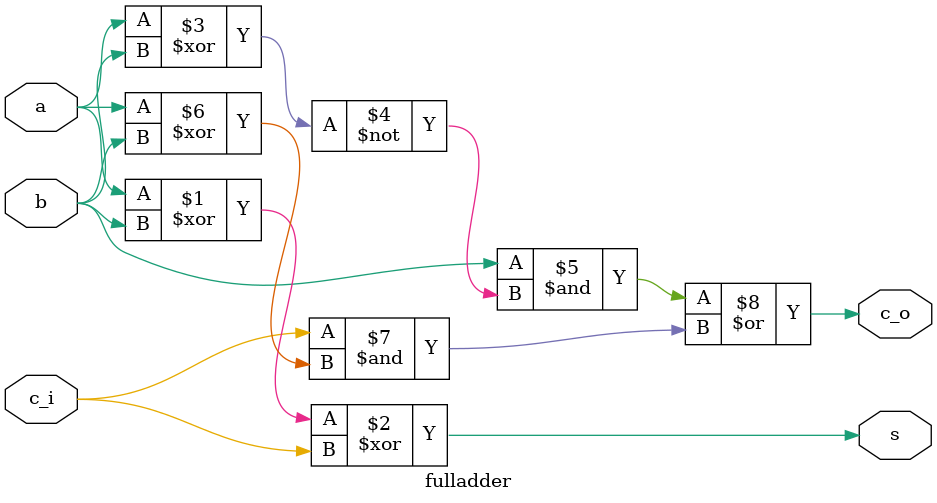
<source format=v>
`timescale 1ns / 1ns

module fourbitadder(SW, LEDR);
	input [8:0] SW;
	output [9:0] LEDR;
	wire c_1;
	wire c_2;
	wire c_3;
	
	fulladder FA0 (
		.a(SW[4]),
		.b(SW[0]),
		.c_i(SW[8]),
		.s(LEDR[0]),
		.c_o(c_1)
	);
	
	fulladder FA1 (
		.a(SW[5]),
		.b(SW[1]),
		.c_i(c_1),
		.s(LEDR[1]),
		.c_o(c_2)
	);
	
	fulladder FA2 (
		.a(SW[6]),
		.b(SW[2]),
		.c_i(c_2),
		.s(LEDR[2]),
		.c_o(c_3)
	);
	
	fulladder FA3 (
		.a(SW[7]),
		.b(SW[3]),
		.c_i(c_3),
		.s(LEDR[3]),
		.c_o(LEDR[9])
	);
endmodule

module fulladder(a, b, c_i, s, c_o);
	input a, b, c_i;
	output s, c_o;
	
	assign s = (a ^ b) ^ c_i;
	assign c_o = b & ~(a ^ b) | c_i & (a ^ b);
endmodule

</source>
